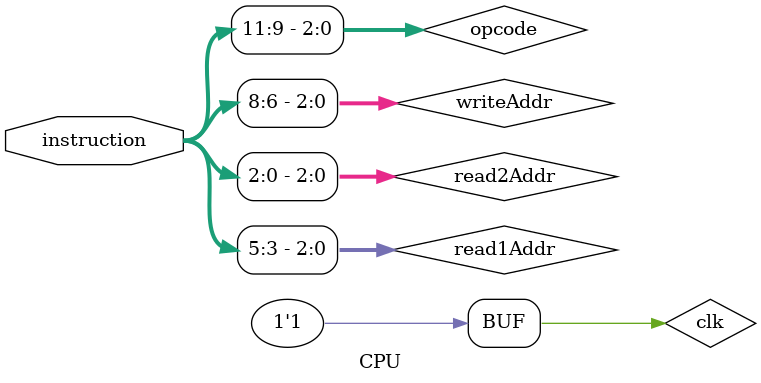
<source format=v>
`timescale 1ns/1ns
`include "RegisterFile.v"
`include "ALU.v"

module CPU(
    input wire [11:0] instruction
);
    reg clk;
    reg [2:0] read1Addr;
    reg [2:0] read2Addr;
    reg [2:0] writeAddr;
    reg [11:0] writeData;
    wire [11:0] readData1;
    wire [11:0] readData2;
    Registers r(clk, read1Addr, read2Addr, writeAddr, writeData, readData1, readData2);
    wire [2:0] opcode = instruction[11:9];
    reg [11:0] operand1;
    reg [11:0] operand2;
    wire [11:0] result;
    ALU a(opcode, operand1, operand2, result);
    always @(instruction)
        begin
            clk = 0;
            writeAddr = instruction[8:6];
            read1Addr = instruction[5:3];
            read2Addr = instruction[2:0];
            // #1
            clk = 1;
            // #1
            operand1 = readData1;
            operand2 = readData2;
            // #1
            writeData = result;
            // #1
            clk = 0;
            // #1
            clk = 1;            
        end
endmodule
</source>
